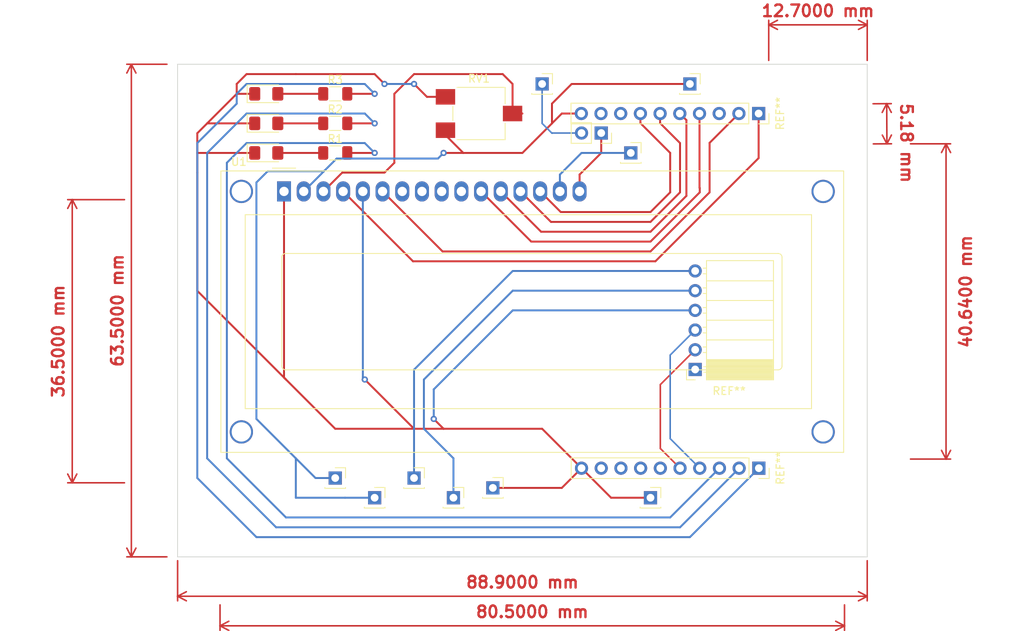
<source format=kicad_pcb>
(kicad_pcb (version 20211014) (generator pcbnew)
  (layers (0 "F.Cu" signal) (31 "B.Cu" signal) (34 "B.Paste" user) (35 "F.Paste" user) (36 "B.SilkS" user "B.Silkscreen") (37 "F.SilkS" user "F.Silkscreen") (38 "B.Mask" user) (39 "F.Mask" user) (44 "Edge.Cuts" user))
  (net 0 "")
  (net 1 "GND")
  (net 2 "Net-(D1-Pad2)")
  (net 3 "Net-(D2-Pad2)")
  (net 4 "Net-(D3-Pad2)")
  (net 5 "+BATT")
  (net 6 "Net-(RV1-Pad2)")
  (net 7 "Net-(U1-Pad4)")
  (net 8 "Net-(U1-Pad6)")
  (net 13 "Net-(U1-Pad11)")
  (net 14 "Net-(U1-Pad12)")
  (net 15 "Net-(U1-Pad13)")
  (net 16 "Net-(U1-Pad14)")
  (net 17 "Net-(R1-Pad1)")
  (net 18 "Net-(R2-Pad1)")
  (net 19 "Net-(R3-Pad1)")
  (footprint "Connector_PinSocket_2.54mm:PinSocket_1x10_P2.54mm_Vertical" (layer "F.Cu") (at 153.64 100.33 -90)
    (fp_text reference "REF**" (at 0 -2.77 90) (layer "F.SilkS"))
    (fp_text value "PinSocket_1x10_P2.54mm_Vertical" hide)
    (fp_line (start 0 -1.33) (end 1.33 -1.33) (layer "F.SilkS") (width 0.12))
    (fp_line (start 1.33 -1.33) (end 1.33 0) (layer "F.SilkS") (width 0.12))
    (fp_line (start 1.33 1.27) (end 1.33 24.19) (layer "F.SilkS") (width 0.12))
    (fp_line (start -1.33 1.27) (end 1.33 1.27) (layer "F.SilkS") (width 0.12))
    (fp_line (start -1.33 24.19) (end 1.33 24.19) (layer "F.SilkS") (width 0.12))
    (fp_line (start -1.33 1.27) (end -1.33 24.19) (layer "F.SilkS") (width 0.12))
    (pad "1" thru_hole rect (at 0 0 270) (size 1.7 1.7) (drill 1) (layers *.Cu *.Mask) (net 7 "Net-(U1-Pad4)"))
    (pad "2" thru_hole oval (at 0 2.54 270) (size 1.7 1.7) (drill 1) (layers *.Cu *.Mask) (net 8 "Net-(U1-Pad6)"))
    (pad "3" thru_hole oval (at 0 5.08 270) (size 1.7 1.7) (drill 1) (layers *.Cu *.Mask))
    (pad "4" thru_hole oval (at 0 7.62 270) (size 1.7 1.7) (drill 1) (layers *.Cu *.Mask) (net 13 "Net-(U1-Pad11)"))
    (pad "5" thru_hole oval (at 0 10.16 270) (size 1.7 1.7) (drill 1) (layers *.Cu *.Mask) (net 14 "Net-(U1-Pad12)"))
    (pad "6" thru_hole oval (at 0 12.7 270) (size 1.7 1.7) (drill 1) (layers *.Cu *.Mask) (net 15 "Net-(U1-Pad13)"))
    (pad "7" thru_hole oval (at 0 15.24 270) (size 1.7 1.7) (drill 1) (layers *.Cu *.Mask) (net 16 "Net-(U1-Pad14)"))
    (pad "8" thru_hole oval (at 0 17.78 270) (size 1.7 1.7) (drill 1) (layers *.Cu *.Mask))
    (pad "9" thru_hole oval (at 0 20.32 270) (size 1.7 1.7) (drill 1) (layers *.Cu *.Mask))
    (pad "10" thru_hole oval (at 0 22.86 270) (size 1.7 1.7) (drill 1) (layers *.Cu *.Mask) (net 5 "+BATT"))
  )
  (footprint "Connector_PinSocket_2.54mm:PinSocket_1x01_P2.54mm_Vertical" (layer "F.Cu") (at 114.3 149.86)
    (fp_text reference "REF**" hide)
    (fp_text value "PinSocket_1x01_P2.54mm_Vertical" hide)
    (fp_line (start -1.33 1.21) (end -1.33 1.33) (layer "F.SilkS") (width 0.12))
    (fp_line (start 1.33 -1.33) (end 1.33 0) (layer "F.SilkS") (width 0.12))
    (fp_line (start 1.33 1.21) (end 1.33 1.33) (layer "F.SilkS") (width 0.12))
    (fp_line (start 0 -1.33) (end 1.33 -1.33) (layer "F.SilkS") (width 0.12))
    (fp_line (start -1.33 1.33) (end 1.33 1.33) (layer "F.SilkS") (width 0.12))
    (pad "1" thru_hole rect (at 0 0) (size 1.7 1.7) (drill 1) (layers *.Cu *.Mask) (net 5 "+BATT"))
  )
  (footprint "Connector_PinSocket_2.54mm:PinSocket_1x10_P2.54mm_Vertical" (layer "F.Cu") (at 153.67 146.05 -90)
    (fp_text reference "REF**" (at 0 -2.77 90) (layer "F.SilkS"))
    (fp_text value "PinSocket_1x10_P2.54mm_Vertical" hide)
    (fp_line (start -1.33 1.27) (end -1.33 24.19) (layer "F.SilkS") (width 0.12))
    (fp_line (start 1.33 1.27) (end 1.33 24.19) (layer "F.SilkS") (width 0.12))
    (fp_line (start 1.33 -1.33) (end 1.33 0) (layer "F.SilkS") (width 0.12))
    (fp_line (start 0 -1.33) (end 1.33 -1.33) (layer "F.SilkS") (width 0.12))
    (fp_line (start -1.33 24.19) (end 1.33 24.19) (layer "F.SilkS") (width 0.12))
    (fp_line (start -1.33 1.27) (end 1.33 1.27) (layer "F.SilkS") (width 0.12))
    (pad "1" thru_hole rect (at 0 0 270) (size 1.7 1.7) (drill 1) (layers *.Cu *.Mask) (net 19 "Net-(R3-Pad1)"))
    (pad "2" thru_hole oval (at 0 2.54 270) (size 1.7 1.7) (drill 1) (layers *.Cu *.Mask) (net 18 "Net-(R2-Pad1)"))
    (pad "3" thru_hole oval (at 0 5.08 270) (size 1.7 1.7) (drill 1) (layers *.Cu *.Mask) (net 17 "Net-(R1-Pad1)"))
    (pad "4" thru_hole oval (at 0 7.62 270) (size 1.7 1.7) (drill 1) (layers *.Cu *.Mask))
    (pad "5" thru_hole oval (at 0 10.16 270) (size 1.7 1.7) (drill 1) (layers *.Cu *.Mask))
    (pad "6" thru_hole oval (at 0 12.7 270) (size 1.7 1.7) (drill 1) (layers *.Cu *.Mask))
    (pad "7" thru_hole oval (at 0 15.24 270) (size 1.7 1.7) (drill 1) (layers *.Cu *.Mask))
    (pad "8" thru_hole oval (at 0 17.78 270) (size 1.7 1.7) (drill 1) (layers *.Cu *.Mask))
    (pad "9" thru_hole oval (at 0 20.32 270) (size 1.7 1.7) (drill 1) (layers *.Cu *.Mask))
    (pad "10" thru_hole oval (at 0 22.86 270) (size 1.7 1.7) (drill 1) (layers *.Cu *.Mask) (net 1 "GND"))
  )
  (footprint "LED_SMD:LED_1206_3216Metric_Pad1.42x1.75mm_HandSolder" (layer "F.Cu") (at 90.17 97.79)
    (fp_text reference "D3" hide)
    (fp_text value "LED" hide)
    (fp_line (start 1.6 -1.135) (end -2.46 -1.135) (layer "F.SilkS") (width 0.12))
    (fp_line (start -2.46 -1.135) (end -2.46 1.135) (layer "F.SilkS") (width 0.12))
    (fp_line (start -2.46 1.135) (end 1.6 1.135) (layer "F.SilkS") (width 0.12))
    (pad "1" smd roundrect (at -1.4875 0) (size 1.425 1.75) (layers "F.Cu" "F.Paste" "F.Mask") (roundrect_rratio 0.175439) (net 1 "GND"))
    (pad "2" smd roundrect (at 1.4875 0) (size 1.425 1.75) (layers "F.Cu" "F.Paste" "F.Mask") (roundrect_rratio 0.175439) (net 4 "Net-(D3-Pad2)"))
  )
  (footprint "Connector_PinSocket_2.54mm:PinSocket_1x06_P2.54mm_Horizontal" (layer "F.Cu") (at 145.46 133.325 180)
    (fp_text reference "REF**" (at -4.38 -2.77) (layer "F.SilkS"))
    (fp_text value "PinSocket_1x06_P2.54mm_Horizontal" hide)
    (fp_line (start -1.46 0.36) (end -1.11 0.36) (layer "F.SilkS") (width 0.12))
    (fp_line (start -10.09 -0.26524) (end -1.46 -0.26524) (layer "F.SilkS") (width 0.12))
    (fp_line (start -1.46 2.18) (end -1.05 2.18) (layer "F.SilkS") (width 0.12))
    (fp_line (start -1.46 -1.33) (end -1.46 14.03) (layer "F.SilkS") (width 0.12))
    (fp_line (start -10.09 1.033805) (end -1.46 1.033805) (layer "F.SilkS") (width 0.12))
    (fp_line (start -10.09 1.27) (end -1.46 1.27) (layer "F.SilkS") (width 0.12))
    (fp_line (start -10.09 0.91571) (end -1.46 0.91571) (layer "F.SilkS") (width 0.12))
    (fp_line (start -1.46 -0.36) (end -1.11 -0.36) (layer "F.SilkS") (width 0.12))
    (fp_line (start -1.46 7.26) (end -1.05 7.26) (layer "F.SilkS") (width 0.12))
    (fp_line (start -10.09 0.67952) (end -1.46 0.67952) (layer "F.SilkS") (width 0.12))
    (fp_line (start -10.09 6.35) (end -1.46 6.35) (layer "F.SilkS") (width 0.12))
    (fp_line (start -10.09 -1.21) (end -1.46 -1.21) (layer "F.SilkS") (width 0.12))
    (fp_line (start -10.09 3.81) (end -1.46 3.81) (layer "F.SilkS") (width 0.12))
    (fp_line (start -10.09 -1.091905) (end -1.46 -1.091905) (layer "F.SilkS") (width 0.12))
    (fp_line (start -10.09 -1.33) (end -1.46 -1.33) (layer "F.SilkS") (width 0.12))
    (fp_line (start -10.09 -0.147145) (end -1.46 -0.147145) (layer "F.SilkS") (width 0.12))
    (fp_line (start -1.46 12.34) (end -1.05 12.34) (layer "F.SilkS") (width 0.12))
    (fp_line (start -1.46 13.06) (end -1.05 13.06) (layer "F.SilkS") (width 0.12))
    (fp_line (start -10.09 0.20714) (end -1.46 0.20714) (layer "F.SilkS") (width 0.12))
    (fp_line (start 0 -1.33) (end 1.11 -1.33) (layer "F.SilkS") (width 0.12))
    (fp_line (start -1.46 2.9) (end -1.05 2.9) (layer "F.SilkS") (width 0.12))
    (fp_line (start -10.09 0.325235) (end -1.46 0.325235) (layer "F.SilkS") (width 0.12))
    (fp_line (start -10.09 -0.02905) (end -1.46 -0.02905) (layer "F.SilkS") (width 0.12))
    (fp_line (start -10.09 11.43) (end -1.46 11.43) (layer "F.SilkS") (width 0.12))
    (fp_line (start -1.46 10.52) (end -1.05 10.52) (layer "F.SilkS") (width 0.12))
    (fp_line (start 1.11 -1.33) (end 1.11 0) (layer "F.SilkS") (width 0.12))
    (fp_line (start -10.09 -0.73762) (end -1.46 -0.73762) (layer "F.SilkS") (width 0.12))
    (fp_line (start -10.09 14.03) (end -1.46 14.03) (layer "F.SilkS") (width 0.12))
    (fp_line (start -1.46 5.44) (end -1.05 5.44) (layer "F.SilkS") (width 0.12))
    (fp_line (start -10.09 8.89) (end -1.46 8.89) (layer "F.SilkS") (width 0.12))
    (fp_line (start -10.09 0.561425) (end -1.46 0.561425) (layer "F.SilkS") (width 0.12))
    (fp_line (start -10.09 0.089045) (end -1.46 0.089045) (layer "F.SilkS") (width 0.12))
    (fp_line (start -10.09 -0.50143) (end -1.46 -0.50143) (layer "F.SilkS") (width 0.12))
    (fp_line (start -10.09 -0.383335) (end -1.46 -0.383335) (layer "F.SilkS") (width 0.12))
    (fp_line (start -1.46 4.72) (end -1.05 4.72) (layer "F.SilkS") (width 0.12))
    (fp_line (start -10.09 -1.33) (end -10.09 14.03) (layer "F.SilkS") (width 0.12))
    (fp_line (start -10.09 -0.97381) (end -1.46 -0.97381) (layer "F.SilkS") (width 0.12))
    (fp_line (start -10.09 -0.619525) (end -1.46 -0.619525) (layer "F.SilkS") (width 0.12))
    (fp_line (start -10.09 0.44333) (end -1.46 0.44333) (layer "F.SilkS") (width 0.12))
    (fp_line (start -10.09 0.797615) (end -1.46 0.797615) (layer "F.SilkS") (width 0.12))
    (fp_line (start -10.09 1.1519) (end -1.46 1.1519) (layer "F.SilkS") (width 0.12))
    (fp_line (start -1.46 7.98) (end -1.05 7.98) (layer "F.SilkS") (width 0.12))
    (fp_line (start -1.46 9.8) (end -1.05 9.8) (layer "F.SilkS") (width 0.12))
    (fp_line (start -10.09 -0.855715) (end -1.46 -0.855715) (layer "F.SilkS") (width 0.12))
    (pad "1" thru_hole rect (at 0 0 180) (size 1.7 1.7) (drill 1) (layers *.Cu *.Mask))
    (pad "2" thru_hole oval (at 0 2.54 180) (size 1.7 1.7) (drill 1) (layers *.Cu *.Mask))
    (pad "3" thru_hole oval (at 0 5.08 180) (size 1.7 1.7) (drill 1) (layers *.Cu *.Mask))
    (pad "4" thru_hole oval (at 0 7.62 180) (size 1.7 1.7) (drill 1) (layers *.Cu *.Mask) (net 1 "GND"))
    (pad "5" thru_hole oval (at 0 10.16 180) (size 1.7 1.7) (drill 1) (layers *.Cu *.Mask) (net 5 "+BATT"))
    (pad "6" thru_hole oval (at 0 12.7 180) (size 1.7 1.7) (drill 1) (layers *.Cu *.Mask) (net 5 "+BATT"))
  )
  (footprint "Resistor_SMD:R_1206_3216Metric_Pad1.30x1.75mm_HandSolder" (layer "F.Cu") (at 99.06 101.6)
    (fp_text reference "R2" (at 0 -1.82) (layer "F.SilkS"))
    (fp_text value "R_Small_US" hide)
    (fp_line (start -0.727064 0.91) (end 0.727064 0.91) (layer "F.SilkS") (width 0.12))
    (fp_line (start -0.727064 -0.91) (end 0.727064 -0.91) (layer "F.SilkS") (width 0.12))
    (pad "1" smd roundrect (at -1.55 0) (size 1.3 1.75) (layers "F.Cu" "F.Paste" "F.Mask") (roundrect_rratio 0.192308) (net 3 "Net-(D2-Pad2)"))
    (pad "2" smd roundrect (at 1.55 0) (size 1.3 1.75) (layers "F.Cu" "F.Paste" "F.Mask") (roundrect_rratio 0.192308) (net 18 "Net-(R2-Pad1)"))
  )
  (footprint "Display:WC1602A" (layer "F.Cu") (at 92.46 110.3725)
    (fp_text reference "U1" (at -5.82 -3.81) (layer "F.SilkS"))
    (fp_text value "RC1602A-GHW-ESX" hide)
    (fp_line (start 63.70066 23) (end 0.2 23) (layer "F.SilkS") (width 0.12))
    (fp_line (start 68 28) (end -5 28) (layer "F.SilkS") (width 0.12))
    (fp_line (start -5 28) (end -5 3) (layer "F.SilkS") (width 0.12))
    (fp_line (start 72.14 -2.64) (end -7.34 -2.64) (layer "F.SilkS") (width 0.12))
    (fp_line (start -1.5 -3) (end 1.5 -3) (layer "F.SilkS") (width 0.12))
    (fp_line (start -8.14 -2.64) (end -8.14 33.64) (layer "F.SilkS") (width 0.12))
    (fp_line (start 64.2 8.5) (end 64.2 22.5) (layer "F.SilkS") (width 0.12))
    (fp_line (start 0.2 8) (end 63.7 8) (layer "F.SilkS") (width 0.12))
    (fp_line (start -8.13 -2.64) (end -7.34 -2.64) (layer "F.SilkS") (width 0.12))
    (fp_line (start -5 3) (end 68 3) (layer "F.SilkS") (width 0.12))
    (fp_line (start 68 3) (end 68 28) (layer "F.SilkS") (width 0.12))
    (fp_line (start 72.14 33.64) (end 72.14 -2.64) (layer "F.SilkS") (width 0.12))
    (fp_line (start -8.14 33.64) (end 72.14 33.64) (layer "F.SilkS") (width 0.12))
    (fp_line (start -0.29972 22.49932) (end -0.29972 8.5) (layer "F.SilkS") (width 0.12))
    (fp_arc (start 63.7 8) (mid 64.053553 8.146447) (end 64.2 8.5) (layer "F.SilkS") (width 0.12))
    (fp_arc (start 64.20104 22.49932) (mid 64.054482 22.853142) (end 63.70066 22.9997) (layer "F.SilkS") (width 0.12))
    (fp_arc (start 0.20066 22.9997) (mid -0.153162 22.853142) (end -0.29972 22.49932) (layer "F.SilkS") (width 0.12))
    (fp_arc (start -0.29972 8.49884) (mid -0.153162 8.145018) (end 0.20066 7.99846) (layer "F.SilkS") (width 0.12))
    (pad "" thru_hole circle (at -5.4991 31.0007) (size 3 3) (drill 2.5) (layers *.Cu *.Mask))
    (pad "" thru_hole circle (at -5.4991 0) (size 3 3) (drill 2.5) (layers *.Cu *.Mask))
    (pad "" thru_hole circle (at 69.49948 31.0007) (size 3 3) (drill 2.5) (layers *.Cu *.Mask))
    (pad "" thru_hole circle (at 69.5 0) (size 3 3) (drill 2.5) (layers *.Cu *.Mask))
    (pad "1" thru_hole rect (at 0 0) (size 1.8 2.6) (drill 1.2) (layers *.Cu *.Mask) (net 1 "GND"))
    (pad "2" thru_hole oval (at 2.54 0) (size 1.8 2.6) (drill 1.2) (layers *.Cu *.Mask) (net 5 "+BATT"))
    (pad "3" thru_hole oval (at 5.08 0) (size 1.8 2.6) (drill 1.2) (layers *.Cu *.Mask) (net 6 "Net-(RV1-Pad2)"))
    (pad "4" thru_hole oval (at 7.62 0) (size 1.8 2.6) (drill 1.2) (layers *.Cu *.Mask) (net 7 "Net-(U1-Pad4)"))
    (pad "5" thru_hole oval (at 10.16 0) (size 1.8 2.6) (drill 1.2) (layers *.Cu *.Mask) (net 1 "GND"))
    (pad "6" thru_hole oval (at 12.7 0) (size 1.8 2.6) (drill 1.2) (layers *.Cu *.Mask) (net 8 "Net-(U1-Pad6)"))
    (pad "7" thru_hole oval (at 15.24 0) (size 1.8 2.6) (drill 1.2) (layers *.Cu *.Mask))
    (pad "8" thru_hole oval (at 17.78 0) (size 1.8 2.6) (drill 1.2) (layers *.Cu *.Mask))
    (pad "9" thru_hole oval (at 20.32 0) (size 1.8 2.6) (drill 1.2) (layers *.Cu *.Mask))
    (pad "10" thru_hole oval (at 22.86 0) (size 1.8 2.6) (drill 1.2) (layers *.Cu *.Mask))
    (pad "11" thru_hole oval (at 25.4 0) (size 1.8 2.6) (drill 1.2) (layers *.Cu *.Mask) (net 13 "Net-(U1-Pad11)"))
    (pad "12" thru_hole oval (at 27.94 0) (size 1.8 2.6) (drill 1.2) (layers *.Cu *.Mask) (net 14 "Net-(U1-Pad12)"))
    (pad "13" thru_hole oval (at 30.48 0) (size 1.8 2.6) (drill 1.2) (layers *.Cu *.Mask) (net 15 "Net-(U1-Pad13)"))
    (pad "14" thru_hole oval (at 33.02 0) (size 1.8 2.6) (drill 1.2) (layers *.Cu *.Mask) (net 16 "Net-(U1-Pad14)"))
    (pad "15" thru_hole oval (at 35.56 0) (size 1.8 2.6) (drill 1.2) (layers *.Cu *.Mask) (net 5 "+BATT"))
    (pad "16" thru_hole oval (at 38.1 0) (size 1.8 2.6) (drill 1.2) (layers *.Cu *.Mask) (net 1 "GND"))
  )
  (footprint "Connector_PinSocket_2.54mm:PinSocket_1x01_P2.54mm_Vertical" (layer "F.Cu") (at 125.73 96.52)
    (fp_text reference "REF**" hide)
    (fp_text value "PinSocket_1x01_P2.54mm_Vertical" hide)
    (fp_line (start -1.33 1.21) (end -1.33 1.33) (layer "F.SilkS") (width 0.12))
    (fp_line (start 0 -1.33) (end 1.33 -1.33) (layer "F.SilkS") (width 0.12))
    (fp_line (start 1.33 -1.33) (end 1.33 0) (layer "F.SilkS") (width 0.12))
    (fp_line (start -1.33 1.33) (end 1.33 1.33) (layer "F.SilkS") (width 0.12))
    (fp_line (start 1.33 1.21) (end 1.33 1.33) (layer "F.SilkS") (width 0.12))
    (pad "1" thru_hole rect (at 0 0) (size 1.7 1.7) (drill 1) (layers *.Cu *.Mask))
  )
  (footprint "Potentiometer_SMD:Potentiometer_ACP_CA6-VSMD_Vertical" (layer "F.Cu") (at 117.595 100.33)
    (fp_text reference "RV1" (at 0 -4.5) (layer "F.SilkS"))
    (fp_text value "R_Potentiometer" hide)
    (fp_line (start 3.37 -3.371) (end 3.37 -1.24) (layer "F.SilkS") (width 0.12))
    (fp_line (start -2.834 3.37) (end 3.37 3.37) (layer "F.SilkS") (width 0.12))
    (fp_line (start -2.834 -3.371) (end 3.37 -3.371) (layer "F.SilkS") (width 0.12))
    (fp_line (start 3.37 1.24) (end 3.37 3.37) (layer "F.SilkS") (width 0.12))
    (fp_line (start -3.37 -0.909) (end -3.37 0.91) (layer "F.SilkS") (width 0.12))
    (pad "1" smd rect (at -4.325 2.15) (size 2.5 2) (layers "F.Cu" "F.Paste" "F.Mask") (net 5 "+BATT"))
    (pad "2" smd rect (at 4.325 0) (size 2.5 2) (layers "F.Cu" "F.Paste" "F.Mask") (net 6 "Net-(RV1-Pad2)"))
    (pad "3" smd rect (at -4.325 -2.15) (size 2.5 2) (layers "F.Cu" "F.Paste" "F.Mask") (net 1 "GND"))
  )
  (footprint "MountingHole:MountingHole_2mm" (layer "F.Cu") (at 82.55 97.79)
    (fp_text reference "REF**" hide)
    (fp_text value "MountingHole_2mm" hide)
    (pad "" np_thru_hole circle (at 0 0) (size 2 2) (drill 2) (layers *.Cu *.Mask))
  )
  (footprint "Connector_PinSocket_2.54mm:PinSocket_1x01_P2.54mm_Vertical" (layer "F.Cu") (at 144.78 96.52)
    (fp_text reference "REF**" hide)
    (fp_text value "PinSocket_1x01_P2.54mm_Vertical" hide)
    (fp_line (start -1.33 1.21) (end -1.33 1.33) (layer "F.SilkS") (width 0.12))
    (fp_line (start 0 -1.33) (end 1.33 -1.33) (layer "F.SilkS") (width 0.12))
    (fp_line (start -1.33 1.33) (end 1.33 1.33) (layer "F.SilkS") (width 0.12))
    (fp_line (start 1.33 1.21) (end 1.33 1.33) (layer "F.SilkS") (width 0.12))
    (fp_line (start 1.33 -1.33) (end 1.33 0) (layer "F.SilkS") (width 0.12))
    (pad "1" thru_hole rect (at 0 0) (size 1.7 1.7) (drill 1) (layers *.Cu *.Mask) (net 5 "+BATT"))
  )
  (footprint "Connector_PinSocket_2.54mm:PinSocket_1x02_P2.54mm_Vertical" (layer "F.Cu") (at 133.35 102.845 -90)
    (fp_text reference "REF**" hide)
    (fp_text value "PinSocket_1x02_P2.54mm_Vertical" hide)
    (fp_line (start -1.33 3.87) (end 1.33 3.87) (layer "F.SilkS") (width 0.12))
    (fp_line (start 1.33 -1.33) (end 1.33 0) (layer "F.SilkS") (width 0.12))
    (fp_line (start -1.33 1.27) (end 1.33 1.27) (layer "F.SilkS") (width 0.12))
    (fp_line (start 0 -1.33) (end 1.33 -1.33) (layer "F.SilkS") (width 0.12))
    (fp_line (start -1.33 1.27) (end -1.33 3.87) (layer "F.SilkS") (width 0.12))
    (fp_line (start 1.33 1.27) (end 1.33 3.87) (layer "F.SilkS") (width 0.12))
    (pad "1" thru_hole rect (at 0 0 270) (size 1.7 1.7) (drill 1) (layers *.Cu *.Mask) (net 1 "GND"))
    (pad "2" thru_hole oval (at 0 2.54 270) (size 1.7 1.7) (drill 1) (layers *.Cu *.Mask))
  )
  (footprint "MountingHole:MountingHole_2mm" (layer "F.Cu") (at 82.55 153.67)
    (fp_text reference "REF**" hide)
    (fp_text value "MountingHole_2mm" hide)
    (pad "" np_thru_hole circle (at 0 0) (size 2 2) (drill 2) (layers *.Cu *.Mask))
  )
  (footprint "Resistor_SMD:R_1206_3216Metric_Pad1.30x1.75mm_HandSolder" (layer "F.Cu") (at 99.06 105.41)
    (fp_text reference "R1" (at 0 -1.82) (layer "F.SilkS"))
    (fp_text value "R_Small_US" hide)
    (fp_line (start -0.727064 0.91) (end 0.727064 0.91) (layer "F.SilkS") (width 0.12))
    (fp_line (start -0.727064 -0.91) (end 0.727064 -0.91) (layer "F.SilkS") (width 0.12))
    (pad "1" smd roundrect (at -1.55 0) (size 1.3 1.75) (layers "F.Cu" "F.Paste" "F.Mask") (roundrect_rratio 0.192308) (net 2 "Net-(D1-Pad2)"))
    (pad "2" smd roundrect (at 1.55 0) (size 1.3 1.75) (layers "F.Cu" "F.Paste" "F.Mask") (roundrect_rratio 0.192308) (net 17 "Net-(R1-Pad1)"))
  )
  (footprint "Connector_PinSocket_2.54mm:PinSocket_1x01_P2.54mm_Vertical" (layer "F.Cu") (at 109.22 147.32)
    (fp_text reference "REF**" hide)
    (fp_text value "PinSocket_1x01_P2.54mm_Vertical" hide)
    (fp_line (start -1.33 1.21) (end -1.33 1.33) (layer "F.SilkS") (width 0.12))
    (fp_line (start 1.33 -1.33) (end 1.33 0) (layer "F.SilkS") (width 0.12))
    (fp_line (start 1.33 1.21) (end 1.33 1.33) (layer "F.SilkS") (width 0.12))
    (fp_line (start 0 -1.33) (end 1.33 -1.33) (layer "F.SilkS") (width 0.12))
    (fp_line (start -1.33 1.33) (end 1.33 1.33) (layer "F.SilkS") (width 0.12))
    (pad "1" thru_hole rect (at 0 0) (size 1.7 1.7) (drill 1) (layers *.Cu *.Mask) (net 5 "+BATT"))
  )
  (footprint "Connector_PinSocket_2.54mm:PinSocket_1x01_P2.54mm_Vertical" (layer "F.Cu") (at 104.14 149.86)
    (fp_text reference "REF**" hide)
    (fp_text value "PinSocket_1x01_P2.54mm_Vertical" hide)
    (fp_line (start 0 -1.33) (end 1.33 -1.33) (layer "F.SilkS") (width 0.12))
    (fp_line (start -1.33 1.21) (end -1.33 1.33) (layer "F.SilkS") (width 0.12))
    (fp_line (start 1.33 -1.33) (end 1.33 0) (layer "F.SilkS") (width 0.12))
    (fp_line (start -1.33 1.33) (end 1.33 1.33) (layer "F.SilkS") (width 0.12))
    (fp_line (start 1.33 1.21) (end 1.33 1.33) (layer "F.SilkS") (width 0.12))
    (pad "1" thru_hole rect (at 0 0) (size 1.7 1.7) (drill 1) (layers *.Cu *.Mask) (net 5 "+BATT"))
  )
  (footprint "MountingHole:MountingHole_2mm" (layer "F.Cu") (at 163.83 97.79)
    (fp_text reference "REF**" hide)
    (fp_text value "MountingHole_2mm" hide)
    (pad "" np_thru_hole circle (at 0 0) (size 2 2) (drill 2) (layers *.Cu *.Mask))
  )
  (footprint "LED_SMD:LED_1206_3216Metric_Pad1.42x1.75mm_HandSolder" (layer "F.Cu") (at 90.17 105.41)
    (fp_text reference "D1" hide)
    (fp_text value "LED" hide)
    (fp_line (start -2.46 1.135) (end 1.6 1.135) (layer "F.SilkS") (width 0.12))
    (fp_line (start -2.46 -1.135) (end -2.46 1.135) (layer "F.SilkS") (width 0.12))
    (fp_line (start 1.6 -1.135) (end -2.46 -1.135) (layer "F.SilkS") (width 0.12))
    (pad "1" smd roundrect (at -1.4875 0) (size 1.425 1.75) (layers "F.Cu" "F.Paste" "F.Mask") (roundrect_rratio 0.175439) (net 1 "GND"))
    (pad "2" smd roundrect (at 1.4875 0) (size 1.425 1.75) (layers "F.Cu" "F.Paste" "F.Mask") (roundrect_rratio 0.175439) (net 2 "Net-(D1-Pad2)"))
  )
  (footprint "MountingHole:MountingHole_2mm" (layer "F.Cu") (at 163.83 153.67)
    (fp_text reference "REF**" hide)
    (fp_text value "MountingHole_2mm" hide)
    (pad "" np_thru_hole circle (at 0 0) (size 2 2) (drill 2) (layers *.Cu *.Mask))
  )
  (footprint "Connector_PinSocket_2.54mm:PinSocket_1x01_P2.54mm_Vertical" (layer "F.Cu") (at 119.38 148.59)
    (fp_text reference "REF**" hide)
    (fp_text value "PinSocket_1x01_P2.54mm_Vertical" hide)
    (fp_line (start -1.33 1.21) (end -1.33 1.33) (layer "F.SilkS") (width 0.12))
    (fp_line (start -1.33 1.33) (end 1.33 1.33) (layer "F.SilkS") (width 0.12))
    (fp_line (start 1.33 -1.33) (end 1.33 0) (layer "F.SilkS") (width 0.12))
    (fp_line (start 1.33 1.21) (end 1.33 1.33) (layer "F.SilkS") (width 0.12))
    (fp_line (start 0 -1.33) (end 1.33 -1.33) (layer "F.SilkS") (width 0.12))
    (pad "1" thru_hole rect (at 0 0) (size 1.7 1.7) (drill 1) (layers *.Cu *.Mask) (net 1 "GND"))
  )
  (footprint "Connector_PinSocket_2.54mm:PinSocket_1x01_P2.54mm_Vertical" (layer "F.Cu") (at 99.06 147.32)
    (fp_text reference "REF**" hide)
    (fp_text value "PinSocket_1x01_P2.54mm_Vertical" hide)
    (fp_line (start -1.33 1.21) (end -1.33 1.33) (layer "F.SilkS") (width 0.12))
    (fp_line (start 1.33 -1.33) (end 1.33 0) (layer "F.SilkS") (width 0.12))
    (fp_line (start 1.33 1.21) (end 1.33 1.33) (layer "F.SilkS") (width 0.12))
    (fp_line (start 0 -1.33) (end 1.33 -1.33) (layer "F.SilkS") (width 0.12))
    (fp_line (start -1.33 1.33) (end 1.33 1.33) (layer "F.SilkS") (width 0.12))
    (pad "1" thru_hole rect (at 0 0) (size 1.7 1.7) (drill 1) (layers *.Cu *.Mask) (net 5 "+BATT"))
  )
  (footprint "Connector_PinSocket_2.54mm:PinSocket_1x01_P2.54mm_Vertical" (layer "F.Cu") (at 139.7 149.86)
    (fp_text reference "REF**" hide)
    (fp_text value "PinSocket_1x01_P2.54mm_Vertical" hide)
    (fp_line (start -1.33 1.21) (end -1.33 1.33) (layer "F.SilkS") (width 0.12))
    (fp_line (start 0 -1.33) (end 1.33 -1.33) (layer "F.SilkS") (width 0.12))
    (fp_line (start 1.33 -1.33) (end 1.33 0) (layer "F.SilkS") (width 0.12))
    (fp_line (start 1.33 1.21) (end 1.33 1.33) (layer "F.SilkS") (width 0.12))
    (fp_line (start -1.33 1.33) (end 1.33 1.33) (layer "F.SilkS") (width 0.12))
    (pad "1" thru_hole rect (at 0 0) (size 1.7 1.7) (drill 1) (layers *.Cu *.Mask) (net 1 "GND"))
  )
  (footprint "Connector_PinSocket_2.54mm:PinSocket_1x01_P2.54mm_Vertical" (layer "F.Cu") (at 137.16 105.41)
    (fp_text reference "REF**" hide)
    (fp_text value "PinSocket_1x01_P2.54mm_Vertical" hide)
    (fp_line (start 1.33 -1.33) (end 1.33 0) (layer "F.SilkS") (width 0.12))
    (fp_line (start -1.33 1.21) (end -1.33 1.33) (layer "F.SilkS") (width 0.12))
    (fp_line (start -1.33 1.33) (end 1.33 1.33) (layer "F.SilkS") (width 0.12))
    (fp_line (start 0 -1.33) (end 1.33 -1.33) (layer "F.SilkS") (width 0.12))
    (fp_line (start 1.33 1.21) (end 1.33 1.33) (layer "F.SilkS") (width 0.12))
    (pad "1" thru_hole rect (at 0 0) (size 1.7 1.7) (drill 1) (layers *.Cu *.Mask) (net 5 "+BATT"))
  )
  (footprint "Resistor_SMD:R_1206_3216Metric_Pad1.30x1.75mm_HandSolder" (layer "F.Cu") (at 99.06 97.79)
    (fp_text reference "R3" (at 0 -1.82) (layer "F.SilkS"))
    (fp_text value "R_Small_US" hide)
    (fp_line (start -0.727064 -0.91) (end 0.727064 -0.91) (layer "F.SilkS") (width 0.12))
    (fp_line (start -0.727064 0.91) (end 0.727064 0.91) (layer "F.SilkS") (width 0.12))
    (pad "1" smd roundrect (at -1.55 0) (size 1.3 1.75) (layers "F.Cu" "F.Paste" "F.Mask") (roundrect_rratio 0.192308) (net 4 "Net-(D3-Pad2)"))
    (pad "2" smd roundrect (at 1.55 0) (size 1.3 1.75) (layers "F.Cu" "F.Paste" "F.Mask") (roundrect_rratio 0.192308) (net 19 "Net-(R3-Pad1)"))
  )
  (footprint "LED_SMD:LED_1206_3216Metric_Pad1.42x1.75mm_HandSolder" (layer "F.Cu") (at 90.17 101.6)
    (fp_text reference "D2" hide)
    (fp_text value "LED" hide)
    (fp_line (start 1.6 -1.135) (end -2.46 -1.135) (layer "F.SilkS") (width 0.12))
    (fp_line (start -2.46 1.135) (end 1.6 1.135) (layer "F.SilkS") (width 0.12))
    (fp_line (start -2.46 -1.135) (end -2.46 1.135) (layer "F.SilkS") (width 0.12))
    (pad "1" smd roundrect (at -1.4875 0) (size 1.425 1.75) (layers "F.Cu" "F.Paste" "F.Mask") (roundrect_rratio 0.175439) (net 1 "GND"))
    (pad "2" smd roundrect (at 1.4875 0) (size 1.425 1.75) (layers "F.Cu" "F.Paste" "F.Mask") (roundrect_rratio 0.175439) (net 3 "Net-(D2-Pad2)"))
  )
  (gr_line (start 167.64 93.98) (end 78.74 93.98) (layer "Edge.Cuts") (width 0.1))
  (gr_line (start 78.74 93.98) (end 78.74 157.48) (layer "Edge.Cuts") (width 0.1))
  (gr_line (start 78.74 157.48) (end 167.64 157.48) (layer "Edge.Cuts") (width 0.1))
  (gr_line (start 167.64 157.48) (end 167.64 93.98) (layer "Edge.Cuts") (width 0.1))
  (dimension (type aligned) (layer "F.Cu") (pts (xy 167.64 93.979999) (xy 154.94 93.979999)) (height 5.079999) (gr_text "0.5000 in" (at 161.29 87.1) (layer "F.Cu") (effects (font (size 1.5 1.5) (thickness 0.3)))) (format (units 3) (units_format 1) (precision 4)) (style (thickness 0.2) (arrow_length 1.27) (text_position_mode 0) (extension_height 0.58642) (extension_offset 0.5) keep_text_aligned))
  (dimension (type aligned) (layer "F.Cu") (pts (xy 172.72 104.235173) (xy 172.72 144.875173)) (height -5.08) (gr_text "1.6000 in" (at 180.34 123.285173 90) (layer "F.Cu") (effects (font (size 1.5 1.5) (thickness 0.3)))) (format (units 3) (units_format 1) (precision 4)) (style (thickness 0.2) (arrow_length 1.27) (text_position_mode 2) (extension_height 0.58642) (extension_offset 0.5) keep_text_aligned))
  (dimension (type aligned) (layer "F.Cu") (pts (xy 72.39 147.9325) (xy 72.39 111.4325)) (height -7.23) (gr_text "1.4370 in" (at 63.36 129.6825 90) (layer "F.Cu") (effects (font (size 1.5 1.5) (thickness 0.3)))) (format (units 3) (units_format 1) (precision 4)) (style (thickness 0.2) (arrow_length 1.27) (text_position_mode 0) (extension_height 0.58642) (extension_offset 0.5) keep_text_aligned))
  (dimension (type aligned) (layer "F.Cu") (pts (xy 167.897229 99.073233) (xy 167.927229 104.248233)) (height -2.252809) (gr_text "0.20 in" (at 172.72 104.14 270.3321457) (layer "F.Cu") (effects (font (size 1.5 1.5) (thickness 0.3)))) (format (units 3) (units_format 1) (precision 2)) (style (thickness 0.2) (arrow_length 1.27) (text_position_mode 2) (extension_height 0.58642) (extension_offset 0.5) keep_text_aligned))
  (dimension (type aligned) (layer "F.Cu") (pts (xy 77.86 93.98) (xy 77.86 157.48)) (height 5.08) (gr_text "2.5000 in" (at 70.98 125.73 90) (layer "F.Cu") (effects (font (size 1.5 1.5) (thickness 0.3)))) (format (units 3) (units_format 1) (precision 4)) (style (thickness 0.2) (arrow_length 1.27) (text_position_mode 0) (extension_height 0.58642) (extension_offset 0.5) keep_text_aligned))
  (dimension (type aligned) (layer "F.Cu") (pts (xy 78.74 157.48) (xy 167.64 157.48)) (height 5.08) (gr_text "3.5000 in" (at 123.19 160.76) (layer "F.Cu") (effects (font (size 1.5 1.5) (thickness 0.3)))) (format (units 3) (units_format 1) (precision 4)) (style (thickness 0.2) (arrow_length 1.27) (text_position_mode 0) (extension_height 0.58642) (extension_offset 0.5) keep_text_aligned))
  (dimension (type aligned) (layer "F.Cu") (pts (xy 164.71 163.1725) (xy 84.21 163.1725)) (height -3.1975) (gr_text "3.1693 in" (at 124.46 164.57) (layer "F.Cu") (effects (font (size 1.5 1.5) (thickness 0.3)))) (format (units 3) (units_format 1) (precision 4)) (style (thickness 0.2) (arrow_length 1.27) (text_position_mode 0) (extension_height 0.58642) (extension_offset 0.5) keep_text_aligned))
  (segment (start 140.97 143.51) (end 143.51 146.05) (width 0.2) (layer "F.Cu") (net 0))
  (segment (start 140.97 135.275) (end 140.97 143.51) (width 0.2) (layer "F.Cu") (net 0))
  (segment (start 145.46 130.785) (end 140.97 135.275) (width 0.2) (layer "F.Cu") (net 0))
  (segment (start 142.895 130.81) (end 142.24 131.465) (width 0.2) (layer "B.Cu") (net 0))
  (segment (start 125.73 101.6) (end 125.73 96.52) (width 0.2) (layer "B.Cu") (net 0))
  (segment (start 145.46 128.245) (end 142.895 130.81) (width 0.2) (layer "B.Cu") (net 0))
  (segment (start 142.24 131.465) (end 142.24 132.08) (width 0.2) (layer "B.Cu") (net 0))
  (segment (start 127 102.87) (end 125.73 101.6) (width 0.2) (layer "B.Cu") (net 0))
  (segment (start 142.24 142.24) (end 146.05 146.05) (width 0.2) (layer "B.Cu") (net 0))
  (segment (start 142.24 132.08) (end 142.24 142.24) (width 0.2) (layer "B.Cu") (net 0))
  (segment (start 130.81 102.845) (end 127.025 102.845) (width 0.2) (layer "B.Cu") (net 0))
  (segment (start 127.025 102.845) (end 127 102.87) (width 0.2) (layer "B.Cu") (net 0))
  (segment (start 93.98 95.25) (end 104.14 95.25) (width 0.25) (layer "F.Cu") (net 1))
  (segment (start 99.06 140.97) (end 92.71 134.62) (width 0.25) (layer "F.Cu") (net 1))
  (segment (start 113.03 140.97) (end 109.22 140.97) (width 0.25) (layer "F.Cu") (net 1))
  (segment (start 81.28 102.87) (end 82.55 101.6) (width 0.25) (layer "F.Cu") (net 1))
  (segment (start 130.81 146.05) (end 134.62 149.86) (width 0.25) (layer "F.Cu") (net 1))
  (segment (start 82.55 101.6) (end 86.36 97.79) (width 0.25) (layer "F.Cu") (net 1))
  (segment (start 88.6825 97.79) (end 86.36 97.79) (width 0.25) (layer "F.Cu") (net 1))
  (segment (start 88.6825 105.41) (end 81.28 105.41) (width 0.25) (layer "F.Cu") (net 1))
  (segment (start 119.38 148.59) (end 128.27 148.59) (width 0.25) (layer "F.Cu") (net 1))
  (segment (start 81.28 107.95) (end 81.28 102.87) (width 0.25) (layer "F.Cu") (net 1))
  (segment (start 128.27 148.59) (end 130.81 146.05) (width 0.25) (layer "F.Cu") (net 1))
  (segment (start 110.88 98.18) (end 109.22 96.52) (width 0.25) (layer "F.Cu") (net 1))
  (segment (start 134.62 149.86) (end 139.7 149.86) (width 0.25) (layer "F.Cu") (net 1))
  (segment (start 87.63 95.25) (end 93.98 95.25) (width 0.25) (layer "F.Cu") (net 1))
  (segment (start 92.46 134.37) (end 92.46 110.3725) (width 0.25) (layer "F.Cu") (net 1))
  (segment (start 86.36 97.79) (end 86.36 96.52) (width 0.25) (layer "F.Cu") (net 1))
  (segment (start 130.81 146.05) (end 125.73 140.97) (width 0.25) (layer "F.Cu") (net 1))
  (segment (start 92.71 134.62) (end 92.46 134.37) (width 0.25) (layer "F.Cu") (net 1))
  (segment (start 130.56 108.2) (end 133.35 105.41) (width 0.25) (layer "F.Cu") (net 1))
  (segment (start 125.73 140.97) (end 113.03 140.97) (width 0.25) (layer "F.Cu") (net 1))
  (segment (start 81.28 107.95) (end 81.28 123.19) (width 0.25) (layer "F.Cu") (net 1))
  (segment (start 104.14 95.25) (end 105.41 96.52) (width 0.25) (layer "F.Cu") (net 1))
  (segment (start 109.22 140.97) (end 99.06 140.97) (width 0.25) (layer "F.Cu") (net 1))
  (segment (start 111.76 139.7) (end 113.03 140.97) (width 0.25) (layer "F.Cu") (net 1))
  (segment (start 130.56 110.3725) (end 130.56 108.2) (width 0.25) (layer "F.Cu") (net 1))
  (segment (start 86.36 96.52) (end 87.63 95.25) (width 0.25) (layer "F.Cu") (net 1))
  (segment (start 88.6825 101.6) (end 82.55 101.6) (width 0.25) (layer "F.Cu") (net 1))
  (segment (start 109.22 140.97) (end 102.87 134.62) (width 0.25) (layer "F.Cu") (net 1))
  (segment (start 113.27 98.18) (end 110.88 98.18) (width 0.25) (layer "F.Cu") (net 1))
  (segment (start 133.35 105.41) (end 133.35 102.845) (width 0.25) (layer "F.Cu") (net 1))
  (segment (start 81.28 123.19) (end 92.71 134.62) (width 0.25) (layer "F.Cu") (net 1))
  (via (at 102.87 134.62) (size 0.8) (drill 0.4) (layers "F.Cu" "B.Cu") (net 1))
  (via (at 109.22 96.52) (size 0.8) (drill 0.4) (layers "F.Cu" "B.Cu") (net 1))
  (via (at 105.41 96.52) (size 0.8) (drill 0.4) (layers "F.Cu" "B.Cu") (net 1))
  (via (at 111.76 139.7) (size 0.8) (drill 0.4) (layers "F.Cu" "B.Cu") (net 1))
  (segment (start 102.62 134.37) (end 102.87 134.62) (width 0.25) (layer "B.Cu") (net 1))
  (segment (start 102.62 110.3725) (end 102.62 134.37) (width 0.25) (layer "B.Cu") (net 1))
  (segment (start 121.945 125.705) (end 111.76 135.89) (width 0.25) (layer "B.Cu") (net 1))
  (segment (start 145.46 125.705) (end 121.945 125.705) (width 0.25) (layer "B.Cu") (net 1))
  (segment (start 109.22 96.52) (end 105.41 96.52) (width 0.25) (layer "B.Cu") (net 1))
  (segment (start 111.76 135.89) (end 111.76 139.7) (width 0.25) (layer "B.Cu") (net 1))
  (segment (start 97.51 105.41) (end 91.6575 105.41) (width 0.25) (layer "F.Cu") (net 2))
  (segment (start 97.51 101.6) (end 91.6575 101.6) (width 0.25) (layer "F.Cu") (net 3))
  (segment (start 97.51 97.79) (end 91.6575 97.79) (width 0.25) (layer "F.Cu") (net 4))
  (segment (start 127 101.6) (end 128.27 100.33) (width 0.25) (layer "F.Cu") (net 5))
  (segment (start 113.27 103.11) (end 113.27 102.48) (width 0.25) (layer "F.Cu") (net 5))
  (segment (start 124.46 104.14) (end 123.19 105.41) (width 0.25) (layer "F.Cu") (net 5))
  (segment (start 127 99.06) (end 129.54 96.52) (width 0.25) (layer "F.Cu") (net 5))
  (segment (start 115.57 105.41) (end 113.27 103.11) (width 0.25) (layer "F.Cu") (net 5))
  (segment (start 127 101.6) (end 127 99.06) (width 0.25) (layer "F.Cu") (net 5))
  (segment (start 127 101.6) (end 124.46 104.14) (width 0.25) (layer "F.Cu") (net 5))
  (segment (start 115.57 105.41) (end 113.03 105.41) (width 0.25) (layer "F.Cu") (net 5))
  (segment (start 123.19 105.41) (end 115.57 105.41) (width 0.25) (layer "F.Cu") (net 5))
  (segment (start 128.27 100.33) (end 130.78 100.33) (width 0.25) (layer "F.Cu") (net 5))
  (segment (start 129.54 96.52) (end 144.78 96.52) (width 0.25) (layer "F.Cu") (net 5))
  (via (at 113.03 105.41) (size 0.8) (drill 0.4) (layers "F.Cu" "B.Cu") (net 5))
  (segment (start 128.02 110.3725) (end 128.02 108.2) (width 0.25) (layer "B.Cu") (net 5))
  (segment (start 130.81 105.41) (end 137.16 105.41) (width 0.25) (layer "B.Cu") (net 5))
  (segment (start 88.9 109.22) (end 88.9 139.7) (width 0.25) (layer "B.Cu") (net 5))
  (segment (start 121.945 123.165) (end 110.49 134.62) (width 0.25) (layer "B.Cu") (net 5))
  (segment (start 97.60625 107.76625) (end 90.35375 107.76625) (width 0.25) (layer "B.Cu") (net 5))
  (segment (start 112.305489 106.134511) (end 113.03 105.41) (width 0.25) (layer "B.Cu") (net 5))
  (segment (start 90.35375 107.76625) (end 88.9 109.22) (width 0.25) (layer "B.Cu") (net 5))
  (segment (start 110.49 140.97) (end 114.3 144.78) (width 0.25) (layer "B.Cu") (net 5))
  (segment (start 93.98 149.86) (end 100.33 149.86) (width 0.25) (layer "B.Cu") (net 5))
  (segment (start 97.60625 107.76625) (end 99.237989 106.134511) (width 0.25) (layer "B.Cu") (net 5))
  (segment (start 121.945 120.625) (end 145.46 120.625) (width 0.25) (layer "B.Cu") (net 5))
  (segment (start 100.33 149.86) (end 104.14 149.86) (width 0.25) (layer "B.Cu") (net 5))
  (segment (start 110.49 134.62) (end 110.49 140.97) (width 0.25) (layer "B.Cu") (net 5))
  (segment (start 95 110.3725) (end 97.60625 107.76625) (width 0.25) (layer "B.Cu") (net 5))
  (segment (start 93.98 144.78) (end 96.52 147.32) (width 0.25) (layer "B.Cu") (net 5))
  (segment (start 145.46 123.165) (end 121.945 123.165) (width 0.25) (layer "B.Cu") (net 5))
  (segment (start 128.02 108.2) (end 130.81 105.41) (width 0.25) (layer "B.Cu") (net 5))
  (segment (start 88.9 139.7) (end 93.98 144.78) (width 0.25) (layer "B.Cu") (net 5))
  (segment (start 96.52 147.32) (end 99.06 147.32) (width 0.25) (layer "B.Cu") (net 5))
  (segment (start 99.237989 106.134511) (end 112.305489 106.134511) (width 0.25) (layer "B.Cu") (net 5))
  (segment (start 109.22 147.32) (end 109.22 133.35) (width 0.25) (layer "B.Cu") (net 5))
  (segment (start 109.22 133.35) (end 121.945 120.625) (width 0.25) (layer "B.Cu") (net 5))
  (segment (start 114.3 144.78) (end 114.3 149.86) (width 0.25) (layer "B.Cu") (net 5))
  (segment (start 93.98 144.78) (end 93.98 149.86) (width 0.25) (layer "B.Cu") (net 5))
  (segment (start 121.92 100.33) (end 123.19 100.33) (width 0.25) (layer "F.Cu") (net 6))
  (segment (start 97.54 110.3725) (end 99.9625 107.95) (width 0.25) (layer "F.Cu") (net 6))
  (segment (start 105.41 107.95) (end 106.68 106.68) (width 0.25) (layer "F.Cu") (net 6))
  (segment (start 109.22 95.25) (end 106.68 97.79) (width 0.25) (layer "F.Cu") (net 6))
  (segment (start 99.9625 107.95) (end 105.41 107.95) (width 0.25) (layer "F.Cu") (net 6))
  (segment (start 120.65 95.25) (end 121.92 96.52) (width 0.25) (layer "F.Cu") (net 6))
  (segment (start 106.68 106.68) (end 106.68 97.79) (width 0.25) (layer "F.Cu") (net 6))
  (segment (start 109.22 95.25) (end 120.65 95.25) (width 0.25) (layer "F.Cu") (net 6))
  (segment (start 121.92 96.52) (end 121.92 100.33) (width 0.25) (layer "F.Cu") (net 6))
  (segment (start 153.64 106.075718) (end 153.64 100.33) (width 0.25) (layer "F.Cu") (net 7))
  (segment (start 100.08 110.3725) (end 109.0875 119.38) (width 0.25) (layer "F.Cu") (net 7))
  (segment (start 109.0875 119.38) (end 140.335718 119.38) (width 0.25) (layer "F.Cu") (net 7))
  (segment (start 140.335718 119.38) (end 153.64 106.075718) (width 0.25) (layer "F.Cu") (net 7))
  (segment (start 112.8975 118.11) (end 105.16 110.3725) (width 0.25) (layer "F.Cu") (net 8))
  (segment (start 147.32 104.11) (end 147.32 110.49) (width 0.25) (layer "F.Cu") (net 8))
  (segment (start 147.32 110.49) (end 139.7 118.11) (width 0.25) (layer "F.Cu") (net 8))
  (segment (start 139.7 118.11) (end 112.8975 118.11) (width 0.25) (layer "F.Cu") (net 8))
  (segment (start 151.1 100.33) (end 147.32 104.11) (width 0.25) (layer "F.Cu") (net 8))
  (segment (start 146.02 109.885717) (end 146.05 109.915717) (width 0.25) (layer "F.Cu") (net 13))
  (segment (start 146.02 100.33) (end 146.02 109.885717) (width 0.25) (layer "F.Cu") (net 13))
  (segment (start 124.3275 116.84) (end 117.86 110.3725) (width 0.25) (layer "F.Cu") (net 13))
  (segment (start 146.05 110.49) (end 139.7 116.84) (width 0.25) (layer "F.Cu") (net 13))
  (segment (start 146.05 109.915717) (end 146.05 110.49) (width 0.25) (layer "F.Cu") (net 13))
  (segment (start 139.7 116.84) (end 124.3275 116.84) (width 0.25) (layer "F.Cu") (net 13))
  (segment (start 139.7 115.57) (end 125.5975 115.57) (width 0.25) (layer "F.Cu") (net 14))
  (segment (start 143.48 100.33) (end 144.33 101.18) (width 0.25) (layer "F.Cu") (net 14))
  (segment (start 144.33 101.18) (end 144.33 110.94) (width 0.25) (layer "F.Cu") (net 14))
  (segment (start 144.33 110.94) (end 139.7 115.57) (width 0.25) (layer "F.Cu") (net 14))
  (segment (start 125.5975 115.57) (end 120.4 110.3725) (width 0.25) (layer "F.Cu") (net 14))
  (segment (start 143.51 104.14) (end 143.51 110.49) (width 0.25) (layer "F.Cu") (net 15))
  (segment (start 140.94 101.57) (end 143.51 104.14) (width 0.25) (layer "F.Cu") (net 15))
  (segment (start 143.51 110.49) (end 139.7 114.3) (width 0.25) (layer "F.Cu") (net 15))
  (segment (start 139.7 114.3) (end 126.8675 114.3) (width 0.25) (layer "F.Cu") (net 15))
  (segment (start 140.94 100.33) (end 140.94 101.57) (width 0.25) (layer "F.Cu") (net 15))
  (segment (start 126.8675 114.3) (end 122.94 110.3725) (width 0.25) (layer "F.Cu") (net 15))
  (segment (start 142.24 105.41) (end 142.24 110.49) (width 0.25) (layer "F.Cu") (net 16))
  (segment (start 138.4 101.57) (end 142.24 105.41) (width 0.25) (layer "F.Cu") (net 16))
  (segment (start 139.7 113.03) (end 128.1375 113.03) (width 0.25) (layer "F.Cu") (net 16))
  (segment (start 138.4 100.33) (end 138.4 101.57) (width 0.25) (layer "F.Cu") (net 16))
  (segment (start 142.24 110.49) (end 139.7 113.03) (width 0.25) (layer "F.Cu") (net 16))
  (segment (start 128.1375 113.03) (end 125.48 110.3725) (width 0.25) (layer "F.Cu") (net 16))
  (segment (start 104.14 105.41) (end 100.61 105.41) (width 0.25) (layer "F.Cu") (net 17))
  (via (at 104.14 105.41) (size 0.8) (drill 0.4) (layers "F.Cu" "B.Cu") (net 17))
  (segment (start 87.63 104.14) (end 102.87 104.14) (width 0.25) (layer "B.Cu") (net 17))
  (segment (start 92.71 152.4) (end 85.09 144.78) (width 0.25) (layer "B.Cu") (net 17))
  (segment (start 85.09 106.68) (end 87.63 104.14) (width 0.25) (layer "B.Cu") (net 17))
  (segment (start 102.87 104.14) (end 104.14 105.41) (width 0.25) (layer "B.Cu") (net 17))
  (segment (start 85.09 144.78) (end 85.09 106.68) (width 0.25) (layer "B.Cu") (net 17))
  (segment (start 148.59 146.05) (end 142.24 152.4) (width 0.25) (layer "B.Cu") (net 17))
  (segment (start 142.24 152.4) (end 92.71 152.4) (width 0.25) (layer "B.Cu") (net 17))
  (segment (start 100.61 101.6) (end 104.14 101.6) (width 0.25) (layer "F.Cu") (net 18))
  (via (at 104.14 101.6) (size 0.8) (drill 0.4) (layers "F.Cu" "B.Cu") (net 18))
  (segment (start 82.55 144.78) (end 82.55 105.41) (width 0.25) (layer "B.Cu") (net 18))
  (segment (start 91.44 153.67) (end 82.55 144.78) (width 0.25) (layer "B.Cu") (net 18))
  (segment (start 102.87 100.33) (end 104.14 101.6) (width 0.25) (layer "B.Cu") (net 18))
  (segment (start 87.63 100.33) (end 102.87 100.33) (width 0.25) (layer "B.Cu") (net 18))
  (segment (start 82.55 105.41) (end 87.63 100.33) (width 0.25) (layer "B.Cu") (net 18))
  (segment (start 151.13 146.05) (end 143.51 153.67) (width 0.25) (layer "B.Cu") (net 18))
  (segment (start 143.51 153.67) (end 91.44 153.67) (width 0.25) (layer "B.Cu") (net 18))
  (segment (start 104.14 97.79) (end 100.61 97.79) (width 0.25) (layer "F.Cu") (net 19))
  (via (at 104.14 97.79) (size 0.8) (drill 0.4) (layers "F.Cu" "B.Cu") (net 19))
  (segment (start 81.28 104.14) (end 81.28 147.32) (width 0.25) (layer "B.Cu") (net 19))
  (segment (start 86.36 99.06) (end 81.28 104.14) (width 0.25) (layer "B.Cu") (net 19))
  (segment (start 102.87 96.52) (end 104.14 97.79) (width 0.25) (layer "B.Cu") (net 19))
  (segment (start 87.63 96.52) (end 102.87 96.52) (width 0.25) (layer "B.Cu") (net 19))
  (segment (start 86.36 99.06) (end 86.36 97.79) (width 0.25) (layer "B.Cu") (net 19))
  (segment (start 86.36 97.79) (end 87.63 96.52) (width 0.25) (layer "B.Cu") (net 19))
  (segment (start 88.9 154.94) (end 144.78 154.94) (width 0.25) (layer "B.Cu") (net 19))
  (segment (start 144.78 154.94) (end 153.67 146.05) (width 0.25) (layer "B.Cu") (net 19))
  (segment (start 81.28 147.32) (end 88.9 154.94) (width 0.25) (layer "B.Cu") (net 19))
)
</source>
